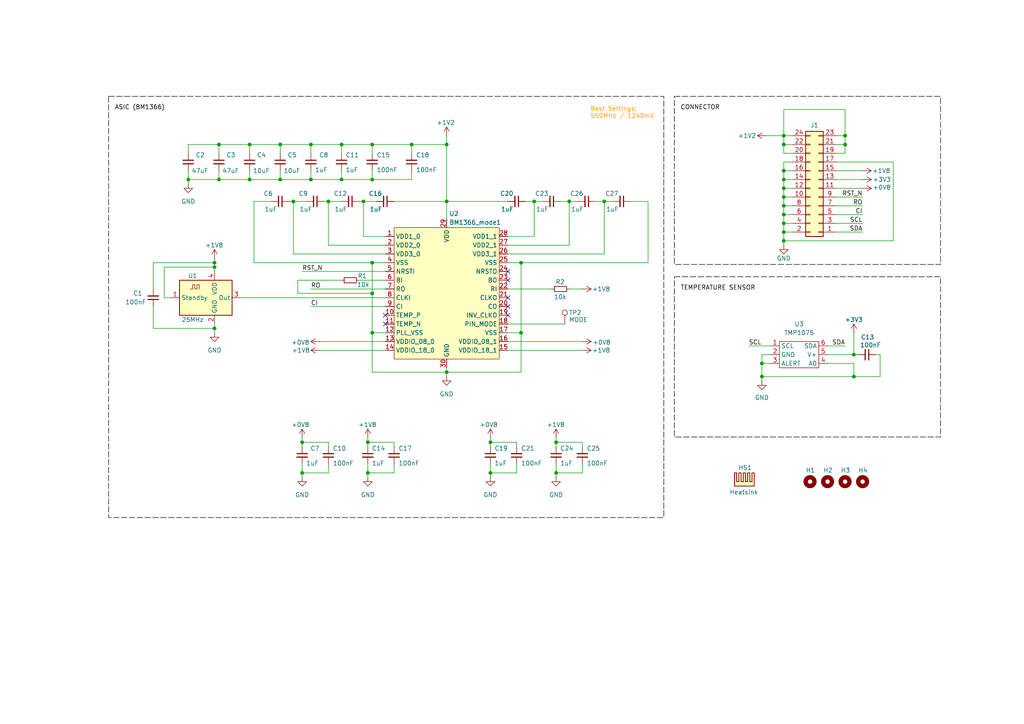
<source format=kicad_sch>
(kicad_sch (version 20231120) (generator "eeschema") (generator_version "8.0")
  (paper "A4")
  (title_block (title "Tomahawk - BM1366 Module") (date "2025-01-09") (rev "1.0.0") (comment 1 "License: CERN-OHL-S-2.0") (comment 2 "URL: https://github.com/dryas/tomahawk") (comment 3 "Designed by Benjamin Kaiser"))
  (lib_symbols
    (symbol "Asic_BK:BM1366_mode1"
      (property "Reference" "U14" (at 1.9559 24.13 0))
      (property "Value" "BM1366_mode1" (at 1.9559 21.59 0))
      (symbol "BM1366_mode1_0_1"
        (rectangle (start -15.24 20.32) (end 15.24 -17.78) (fill (type background)))
      )
      (symbol "BM1366_mode1_1_1"
        (pin input line (at -17.78 17.78 0) (length 2.54) (name "VDD1_0") (number "1"))
        (pin input line (at -17.78 -5.08 0) (length 2.54) (name "TEMP_P") (number "10"))
        (pin input line (at -17.78 -7.62 0) (length 2.54) (name "TEMP_N") (number "11"))
        (pin input line (at -17.78 -10.16 0) (length 2.54) (name "PLL_VSS") (number "12"))
        (pin input line (at -17.78 -12.7 0) (length 2.54) (name "VDDIO_08_0") (number "13"))
        (pin input line (at -17.78 -15.24 0) (length 2.54) (name "VDDIO_18_0") (number "14"))
        (pin input line (at 17.78 -15.24 180) (length 2.54) (name "VDDIO_18_1") (number "15"))
        (pin input line (at 17.78 -12.7 180) (length 2.54) (name "VDDIO_08_1") (number "16"))
        (pin input line (at 17.78 -10.16 180) (length 2.54) (name "VSS") (number "17"))
        (pin input line (at 17.78 -7.62 180) (length 2.54) (name "PIN_MODE") (number "18"))
        (pin input line (at 17.78 -5.08 180) (length 2.54) (name "INV_CLKO") (number "19"))
        (pin input line (at -17.78 15.24 0) (length 2.54) (name "VDD2_0") (number "2"))
        (pin input line (at 17.78 -2.54 180) (length 2.54) (name "CO") (number "20"))
        (pin input line (at 17.78 0 180) (length 2.54) (name "CLKO") (number "21"))
        (pin input line (at 17.78 2.54 180) (length 2.54) (name "RI") (number "22"))
        (pin input line (at 17.78 5.08 180) (length 2.54) (name "BO") (number "23"))
        (pin input line (at 17.78 7.62 180) (length 2.54) (name "NRSTO") (number "24"))
        (pin input line (at 17.78 10.16 180) (length 2.54) (name "VSS") (number "25"))
        (pin input line (at 17.78 12.7 180) (length 2.54) (name "VDD3_1") (number "26"))
        (pin input line (at 17.78 15.24 180) (length 2.54) (name "VDD2_1") (number "27"))
        (pin input line (at 17.78 17.78 180) (length 2.54) (name "VDD1_1") (number "28"))
        (pin input line (at 0 22.86 270) (length 2.54) (name "VDD") (number "29"))
        (pin input line (at -17.78 12.7 0) (length 2.54) (name "VDD3_0") (number "3"))
        (pin input line (at 0 -20.32 90) (length 2.54) (name "GND") (number "30"))
        (pin input line (at -17.78 10.16 0) (length 2.54) (name "VSS") (number "4"))
        (pin input line (at -17.78 7.62 0) (length 2.54) (name "NRSTI") (number "5"))
        (pin input line (at -17.78 5.08 0) (length 2.54) (name "BI") (number "6"))
        (pin input line (at -17.78 2.54 0) (length 2.54) (name "RO") (number "7"))
        (pin input line (at -17.78 0 0) (length 2.54) (name "CLKI") (number "8"))
        (pin input line (at -17.78 -2.54 0) (length 2.54) (name "CI") (number "9"))
      )
    )
    (symbol "Connector:TestPoint" (pin_numbers hide) (pin_names (offset 0.762) hide)
      (property "Reference" "TP" (at 0 6.858 0))
      (property "Value" "TestPoint" (at 0 5.08 0))
      (symbol "TestPoint_0_1"
        (circle (center 0 3.302) (radius 0.762))
      )
      (symbol "TestPoint_1_1"
        (pin passive line (at 0 0 90) (length 2.54) (name "1") (number "1"))
      )
    )
    (symbol "Connector_Generic:Conn_02x12_Odd_Even" (pin_names (offset 1.016) hide)
      (property "Reference" "J" (at 1.27 15.24 0))
      (property "Value" "Conn_02x12_Odd_Even" (at 1.27 -17.78 0))
      (symbol "Conn_02x12_Odd_Even_1_1"
        (rectangle (start -1.27 -15.113) (end 0 -15.367) (stroke (width 0.1524)))
        (rectangle (start -1.27 -12.573) (end 0 -12.827) (stroke (width 0.1524)))
        (rectangle (start -1.27 -10.033) (end 0 -10.287) (stroke (width 0.1524)))
        (rectangle (start -1.27 -7.493) (end 0 -7.747) (stroke (width 0.1524)))
        (rectangle (start -1.27 -4.953) (end 0 -5.207) (stroke (width 0.1524)))
        (rectangle (start -1.27 -2.413) (end 0 -2.667) (stroke (width 0.1524)))
        (rectangle (start -1.27 0.127) (end 0 -0.127) (stroke (width 0.1524)))
        (rectangle (start -1.27 2.667) (end 0 2.413) (stroke (width 0.1524)))
        (rectangle (start -1.27 5.207) (end 0 4.953) (stroke (width 0.1524)))
        (rectangle (start -1.27 7.747) (end 0 7.493) (stroke (width 0.1524)))
        (rectangle (start -1.27 10.287) (end 0 10.033) (stroke (width 0.1524)))
        (rectangle (start -1.27 12.827) (end 0 12.573) (stroke (width 0.1524)))
        (rectangle (start -1.27 13.97) (end 3.81 -16.51) (stroke (width 0.254)) (fill (type background)))
        (rectangle (start 3.81 -15.113) (end 2.54 -15.367) (stroke (width 0.1524)))
        (rectangle (start 3.81 -12.573) (end 2.54 -12.827) (stroke (width 0.1524)))
        (rectangle (start 3.81 -10.033) (end 2.54 -10.287) (stroke (width 0.1524)))
        (rectangle (start 3.81 -7.493) (end 2.54 -7.747) (stroke (width 0.1524)))
        (rectangle (start 3.81 -4.953) (end 2.54 -5.207) (stroke (width 0.1524)))
        (rectangle (start 3.81 -2.413) (end 2.54 -2.667) (stroke (width 0.1524)))
        (rectangle (start 3.81 0.127) (end 2.54 -0.127) (stroke (width 0.1524)))
        (rectangle (start 3.81 2.667) (end 2.54 2.413) (stroke (width 0.1524)))
        (rectangle (start 3.81 5.207) (end 2.54 4.953) (stroke (width 0.1524)))
        (rectangle (start 3.81 7.747) (end 2.54 7.493) (stroke (width 0.1524)))
        (rectangle (start 3.81 10.287) (end 2.54 10.033) (stroke (width 0.1524)))
        (rectangle (start 3.81 12.827) (end 2.54 12.573) (stroke (width 0.1524)))
        (pin passive line (at -5.08 12.7 0) (length 3.81) (name "Pin_1") (number "1"))
        (pin passive line (at 7.62 2.54 180) (length 3.81) (name "Pin_10") (number "10"))
        (pin passive line (at -5.08 0 0) (length 3.81) (name "Pin_11") (number "11"))
        (pin passive line (at 7.62 0 180) (length 3.81) (name "Pin_12") (number "12"))
        (pin passive line (at -5.08 -2.54 0) (length 3.81) (name "Pin_13") (number "13"))
        (pin passive line (at 7.62 -2.54 180) (length 3.81) (name "Pin_14") (number "14"))
        (pin passive line (at -5.08 -5.08 0) (length 3.81) (name "Pin_15") (number "15"))
        (pin passive line (at 7.62 -5.08 180) (length 3.81) (name "Pin_16") (number "16"))
        (pin passive line (at -5.08 -7.62 0) (length 3.81) (name "Pin_17") (number "17"))
        (pin passive line (at 7.62 -7.62 180) (length 3.81) (name "Pin_18") (number "18"))
        (pin passive line (at -5.08 -10.16 0) (length 3.81) (name "Pin_19") (number "19"))
        (pin passive line (at 7.62 12.7 180) (length 3.81) (name "Pin_2") (number "2"))
        (pin passive line (at 7.62 -10.16 180) (length 3.81) (name "Pin_20") (number "20"))
        (pin passive line (at -5.08 -12.7 0) (length 3.81) (name "Pin_21") (number "21"))
        (pin passive line (at 7.62 -12.7 180) (length 3.81) (name "Pin_22") (number "22"))
        (pin passive line (at -5.08 -15.24 0) (length 3.81) (name "Pin_23") (number "23"))
        (pin passive line (at 7.62 -15.24 180) (length 3.81) (name "Pin_24") (number "24"))
        (pin passive line (at -5.08 10.16 0) (length 3.81) (name "Pin_3") (number "3"))
        (pin passive line (at 7.62 10.16 180) (length 3.81) (name "Pin_4") (number "4"))
        (pin passive line (at -5.08 7.62 0) (length 3.81) (name "Pin_5") (number "5"))
        (pin passive line (at 7.62 7.62 180) (length 3.81) (name "Pin_6") (number "6"))
        (pin passive line (at -5.08 5.08 0) (length 3.81) (name "Pin_7") (number "7"))
        (pin passive line (at 7.62 5.08 180) (length 3.81) (name "Pin_8") (number "8"))
        (pin passive line (at -5.08 2.54 0) (length 3.81) (name "Pin_9") (number "9"))
      )
    )
    (symbol "Device:C_Small" (pin_numbers hide) (pin_names (offset 0.254) hide)
      (property "Reference" "C" (at 0.254 1.778 0))
      (property "Value" "C_Small" (at 0.254 -2.032 0))
      (symbol "C_Small_0_1"
        (polyline (pts (xy -1.524 -0.508) (xy 1.524 -0.508)) (stroke (width 0.3302)))
        (polyline (pts (xy -1.524 0.508) (xy 1.524 0.508)) (stroke (width 0.3048)))
      )
      (symbol "C_Small_1_1"
        (pin passive line (at 0 2.54 270) (length 2.032) (name "~") (number "1"))
        (pin passive line (at 0 -2.54 90) (length 2.032) (name "~") (number "2"))
      )
    )
    (symbol "Device:R_Small" (pin_numbers hide) (pin_names (offset 0.254) hide)
      (property "Reference" "R" (at 0.762 0.508 0))
      (property "Value" "R_Small" (at 0.762 -1.016 0))
      (symbol "R_Small_0_1"
        (rectangle (start -0.762 1.778) (end 0.762 -1.778) (stroke (width 0.2032)))
      )
      (symbol "R_Small_1_1"
        (pin passive line (at 0 2.54 270) (length 0.762) (name "~") (number "1"))
        (pin passive line (at 0 -2.54 90) (length 0.762) (name "~") (number "2"))
      )
    )
    (symbol "GND_3" (power) (pin_names (offset 0))
      (property "Value" "GND_3" (at 0 -3.81 0))
      (symbol "GND_3_0_1"
        (polyline (pts (xy 0 0) (xy 0 -1.27) (xy 1.27 -1.27) (xy 0 -2.54) (xy -1.27 -1.27) (xy 0 -1.27)))
      )
      (symbol "GND_3_1_1"
        (pin power_in line (at 0 0 270) (length 0) hide (name "GND") (number "1"))
      )
    )
    (symbol "Mechanical:Heatsink" (pin_names (offset 1.016)) (exclude_from_sim yes)
      (property "Reference" "HS" (at 0 5.08 0))
      (property "Value" "Heatsink" (at 0 -1.27 0))
      (symbol "Heatsink_0_1"
        (polyline (pts (xy -0.3302 1.27) (xy -0.9652 1.27) (xy -0.9652 3.81) (xy -1.6002 3.81) (xy -1.6002 1.27) (xy -2.2352 1.27) (xy -2.2352 3.81) (xy -2.8702 3.81) (xy -2.8702 0) (xy -0.9652 0)) (stroke (width 0.254)) (fill (type background)))
        (polyline (pts (xy -0.3302 1.27) (xy -0.3302 3.81) (xy 0.3048 3.81) (xy 0.3048 1.27) (xy 0.9398 1.27) (xy 0.9398 3.81) (xy 1.5748 3.81) (xy 1.5748 1.27) (xy 2.2098 1.27) (xy 2.2098 3.81) (xy 2.8448 3.81) (xy 2.8448 0) (xy -0.9652 0)) (stroke (width 0.254)) (fill (type background)))
      )
    )
    (symbol "Mechanical:MountingHole" (pin_names (offset 1.016)) (exclude_from_sim yes) (in_bom no)
      (property "Reference" "H" (at 0 5.08 0))
      (property "Value" "MountingHole" (at 0 3.175 0))
      (symbol "MountingHole_0_1"
        (circle (center 0 0) (radius 1.27) (stroke (width 1.27)))
      )
    )
    (symbol "Oscillator:ASDMB-xxxMHz"
      (property "Reference" "U" (at -6.35 6.35 0))
      (property "Value" "ASDMB-xxxMHz" (at 11.43 6.35 0))
      (symbol "ASDMB-xxxMHz_1_1"
        (rectangle (start -7.62 5.08) (end 7.62 -5.08) (stroke (width 0.254)) (fill (type background)))
        (polyline (pts (xy -4.445 2.54) (xy -3.81 2.54) (xy -3.81 3.81) (xy -3.175 3.81) (xy -3.175 2.54) (xy -2.54 2.54) (xy -2.54 3.81) (xy -1.905 3.81) (xy -1.905 2.54)))
        (pin input line (at -10.16 0 0) (length 2.54) (name "Standby") (number "1"))
        (pin power_in line (at 2.54 -7.62 90) (length 2.54) (name "GND") (number "2"))
        (pin output line (at 10.16 0 180) (length 2.54) (name "Out") (number "3"))
        (pin power_in line (at 2.54 7.62 270) (length 2.54) (name "VDD") (number "4"))
      )
    )
    (symbol "Sensors_BK:TMP1075"
      (property "Reference" "U37" (at -0.635 6.35 0))
      (property "Value" "TMP1075" (at -2.54 -5.08 0))
      (symbol "TMP1075_0_1"
        (rectangle (start -6.35 3.81) (end 5.08 -3.81))
      )
      (symbol "TMP1075_1_1"
        (pin open_collector line (at -8.89 2.54 0) (length 2.54) (name "SCL") (number "1"))
        (pin power_in line (at -8.89 0 0) (length 2.54) (name "GND") (number "2"))
        (pin open_collector line (at -8.89 -2.54 0) (length 2.54) (name "ALERT") (number "3"))
        (pin input line (at 7.62 -2.54 180) (length 2.54) (name "A0") (number "4"))
        (pin power_in line (at 7.62 0 180) (length 2.54) (name "V+") (number "5"))
        (pin open_collector line (at 7.62 2.54 180) (length 2.54) (name "SDA") (number "6"))
      )
    )
    (symbol "power:+1V2" (power) (pin_numbers hide) (pin_names (offset 0) hide)
      (property "Value" "+1V2" (at 0 3.556 0))
      (symbol "+1V2_0_1"
        (polyline (pts (xy -0.762 1.27) (xy 0 2.54)))
        (polyline (pts (xy 0 0) (xy 0 2.54)))
        (polyline (pts (xy 0 2.54) (xy 0.762 1.27)))
      )
      (symbol "+1V2_1_1"
        (pin power_in line (at 0 0 90) (length 0) (name "~") (number "1"))
      )
    )
    (symbol "power:+1V8" (power) (pin_numbers hide) (pin_names (offset 0) hide)
      (property "Value" "+1V8" (at 0 3.556 0))
      (symbol "+1V8_0_1"
        (polyline (pts (xy -0.762 1.27) (xy 0 2.54)))
        (polyline (pts (xy 0 0) (xy 0 2.54)))
        (polyline (pts (xy 0 2.54) (xy 0.762 1.27)))
      )
      (symbol "+1V8_1_1"
        (pin power_in line (at 0 0 90) (length 0) (name "~") (number "1"))
      )
    )
    (symbol "power:+3V3" (power) (pin_numbers hide) (pin_names (offset 0) hide)
      (property "Value" "+3V3" (at 0 3.556 0))
      (symbol "+3V3_0_1"
        (polyline (pts (xy -0.762 1.27) (xy 0 2.54)))
        (polyline (pts (xy 0 0) (xy 0 2.54)))
        (polyline (pts (xy 0 2.54) (xy 0.762 1.27)))
      )
      (symbol "+3V3_1_1"
        (pin power_in line (at 0 0 90) (length 0) (name "~") (number "1"))
      )
    )
    (symbol "power:GND" (power) (pin_numbers hide) (pin_names (offset 0) hide)
      (property "Value" "GND" (at 0 -3.81 0))
      (symbol "GND_0_1"
        (polyline (pts (xy 0 0) (xy 0 -1.27) (xy 1.27 -1.27) (xy 0 -2.54) (xy -1.27 -1.27) (xy 0 -1.27)))
      )
      (symbol "GND_1_1"
        (pin power_in line (at 0 0 270) (length 0) (name "~") (number "1"))
      )
    )
  )
  (junction (at 247.65 102.87))
  (junction (at 247.65 109.22))
  (junction (at 81.28 41.91))
  (junction (at 99.06 52.07))
  (junction (at 107.95 52.07))
  (junction (at 107.95 76.2))
  (junction (at 220.98 109.22))
  (junction (at 227.33 69.85))
  (junction (at 90.17 52.07))
  (junction (at 245.11 39.37))
  (junction (at 227.33 41.91))
  (junction (at 227.33 59.69))
  (junction (at 151.13 96.52))
  (junction (at 227.33 39.37))
  (junction (at 227.33 67.31))
  (junction (at 119.38 41.91))
  (junction (at 62.23 76.2))
  (junction (at 129.54 107.95))
  (junction (at 106.68 128.27))
  (junction (at 72.39 52.07))
  (junction (at 245.11 41.91))
  (junction (at 72.39 41.91))
  (junction (at 107.95 41.91))
  (junction (at 87.63 128.27))
  (junction (at 54.61 52.07))
  (junction (at 227.33 52.07))
  (junction (at 220.98 105.41))
  (junction (at 227.33 49.53))
  (junction (at 151.13 76.2))
  (junction (at 161.29 137.16))
  (junction (at 63.5 41.91))
  (junction (at 161.29 128.27))
  (junction (at 129.54 41.91))
  (junction (at 106.68 137.16))
  (junction (at 165.1 58.42))
  (junction (at 142.24 137.16))
  (junction (at 99.06 41.91))
  (junction (at 63.5 52.07))
  (junction (at 90.17 41.91))
  (junction (at 227.33 62.23))
  (junction (at 105.41 58.42))
  (junction (at 85.09 58.42))
  (junction (at 129.54 58.42))
  (junction (at 227.33 54.61))
  (junction (at 107.95 96.52))
  (junction (at 107.95 85.09))
  (junction (at 95.25 58.42))
  (junction (at 62.23 77.47))
  (junction (at 142.24 128.27))
  (junction (at 154.94 58.42))
  (junction (at 87.63 137.16))
  (junction (at 227.33 57.15))
  (junction (at 175.26 58.42))
  (junction (at 227.33 64.77))
  (junction (at 62.23 95.25))
  (junction (at 81.28 52.07))
  (no_connect (at 147.32 81.28))
  (no_connect (at 147.32 91.44))
  (no_connect (at 147.32 88.9))
  (no_connect (at 147.32 78.74))
  (no_connect (at 111.76 91.44))
  (no_connect (at 111.76 93.98))
  (no_connect (at 147.32 86.36))
  (wire (pts (xy 106.68 127) (xy 106.68 128.27)))
  (wire (pts (xy 227.33 31.75) (xy 245.11 31.75)))
  (wire (pts (xy 90.17 88.9) (xy 111.76 88.9)))
  (wire (pts (xy 142.24 128.27) (xy 142.24 129.54)))
  (wire (pts (xy 222.25 39.37) (xy 227.33 39.37)))
  (wire (pts (xy 114.3 58.42) (xy 129.54 58.42)))
  (wire (pts (xy 227.33 52.07) (xy 227.33 49.53)))
  (wire (pts (xy 142.24 134.62) (xy 142.24 137.16)))
  (wire (pts (xy 92.71 101.6) (xy 111.76 101.6)))
  (wire (pts (xy 227.33 41.91) (xy 229.87 41.91)))
  (wire (pts (xy 62.23 77.47) (xy 62.23 78.74)))
  (wire (pts (xy 227.33 67.31) (xy 227.33 64.77)))
  (wire (pts (xy 105.41 58.42) (xy 105.41 68.58)))
  (wire (pts (xy 245.11 44.45) (xy 245.11 41.91)))
  (wire (pts (xy 223.52 102.87) (xy 220.98 102.87)))
  (wire (pts (xy 227.33 71.12) (xy 227.33 69.85)))
  (wire (pts (xy 107.95 85.09) (xy 107.95 96.52)))
  (wire (pts (xy 72.39 52.07) (xy 81.28 52.07)))
  (wire (pts (xy 104.14 58.42) (xy 105.41 58.42)))
  (wire (pts (xy 147.32 99.06) (xy 168.91 99.06)))
  (wire (pts (xy 147.32 96.52) (xy 151.13 96.52)))
  (wire (pts (xy 229.87 39.37) (xy 227.33 39.37)))
  (wire (pts (xy 73.66 76.2) (xy 107.95 76.2)))
  (wire (pts (xy 227.33 62.23) (xy 227.33 59.69)))
  (wire (pts (xy 165.1 58.42) (xy 165.1 71.12)))
  (wire (pts (xy 87.63 137.16) (xy 87.63 138.43)))
  (wire (pts (xy 175.26 58.42) (xy 175.26 73.66)))
  (wire (pts (xy 90.17 41.91) (xy 90.17 44.45)))
  (wire (pts (xy 227.33 39.37) (xy 227.33 41.91)))
  (wire (pts (xy 250.19 59.69) (xy 242.57 59.69)))
  (wire (pts (xy 172.72 58.42) (xy 175.26 58.42)))
  (wire (pts (xy 107.95 96.52) (xy 107.95 107.95)))
  (wire (pts (xy 92.71 99.06) (xy 111.76 99.06)))
  (wire (pts (xy 119.38 41.91) (xy 119.38 44.45)))
  (wire (pts (xy 129.54 106.68) (xy 129.54 107.95)))
  (wire (pts (xy 99.06 81.28) (xy 86.36 81.28)))
  (wire (pts (xy 62.23 74.93) (xy 62.23 76.2)))
  (wire (pts (xy 106.68 134.62) (xy 106.68 137.16)))
  (wire (pts (xy 106.68 137.16) (xy 114.3 137.16)))
  (wire (pts (xy 72.39 41.91) (xy 63.5 41.91)))
  (wire (pts (xy 105.41 58.42) (xy 109.22 58.42)))
  (wire (pts (xy 107.95 96.52) (xy 111.76 96.52)))
  (wire (pts (xy 242.57 41.91) (xy 245.11 41.91)))
  (wire (pts (xy 154.94 58.42) (xy 157.48 58.42)))
  (wire (pts (xy 227.33 57.15) (xy 229.87 57.15)))
  (wire (pts (xy 44.45 76.2) (xy 44.45 83.82)))
  (wire (pts (xy 242.57 67.31) (xy 250.19 67.31)))
  (wire (pts (xy 99.06 41.91) (xy 107.95 41.91)))
  (wire (pts (xy 247.65 105.41) (xy 240.03 105.41)))
  (wire (pts (xy 227.33 64.77) (xy 227.33 62.23)))
  (wire (pts (xy 44.45 95.25) (xy 62.23 95.25)))
  (wire (pts (xy 54.61 41.91) (xy 54.61 44.45)))
  (wire (pts (xy 227.33 54.61) (xy 229.87 54.61)))
  (wire (pts (xy 90.17 49.53) (xy 90.17 52.07)))
  (wire (pts (xy 93.98 58.42) (xy 95.25 58.42)))
  (wire (pts (xy 154.94 68.58) (xy 147.32 68.58)))
  (wire (pts (xy 259.08 46.99) (xy 259.08 69.85)))
  (wire (pts (xy 106.68 128.27) (xy 106.68 129.54)))
  (wire (pts (xy 242.57 46.99) (xy 259.08 46.99)))
  (wire (pts (xy 161.29 137.16) (xy 161.29 138.43)))
  (wire (pts (xy 129.54 41.91) (xy 129.54 58.42)))
  (wire (pts (xy 69.85 86.36) (xy 111.76 86.36)))
  (wire (pts (xy 168.91 129.54) (xy 168.91 128.27)))
  (wire (pts (xy 107.95 49.53) (xy 107.95 52.07)))
  (wire (pts (xy 217.17 100.33) (xy 223.52 100.33)))
  (wire (pts (xy 81.28 52.07) (xy 81.28 49.53)))
  (wire (pts (xy 129.54 58.42) (xy 147.32 58.42)))
  (wire (pts (xy 147.32 93.98) (xy 163.83 93.98)))
  (wire (pts (xy 242.57 54.61) (xy 250.19 54.61)))
  (wire (pts (xy 87.63 127) (xy 87.63 128.27)))
  (wire (pts (xy 220.98 102.87) (xy 220.98 105.41)))
  (wire (pts (xy 161.29 137.16) (xy 168.91 137.16)))
  (wire (pts (xy 95.25 129.54) (xy 95.25 128.27)))
  (wire (pts (xy 227.33 67.31) (xy 229.87 67.31)))
  (wire (pts (xy 227.33 49.53) (xy 229.87 49.53)))
  (wire (pts (xy 147.32 76.2) (xy 151.13 76.2)))
  (wire (pts (xy 165.1 71.12) (xy 147.32 71.12)))
  (wire (pts (xy 149.86 129.54) (xy 149.86 128.27)))
  (wire (pts (xy 90.17 41.91) (xy 99.06 41.91)))
  (wire (pts (xy 227.33 59.69) (xy 227.33 57.15)))
  (wire (pts (xy 247.65 109.22) (xy 247.65 105.41)))
  (wire (pts (xy 242.57 49.53) (xy 250.19 49.53)))
  (wire (pts (xy 87.63 134.62) (xy 87.63 137.16)))
  (wire (pts (xy 154.94 58.42) (xy 154.94 68.58)))
  (wire (pts (xy 72.39 49.53) (xy 72.39 52.07)))
  (wire (pts (xy 95.25 134.62) (xy 95.25 137.16)))
  (wire (pts (xy 83.82 58.42) (xy 85.09 58.42)))
  (wire (pts (xy 85.09 58.42) (xy 88.9 58.42)))
  (wire (pts (xy 114.3 129.54) (xy 114.3 128.27)))
  (wire (pts (xy 63.5 41.91) (xy 63.5 44.45)))
  (wire (pts (xy 227.33 41.91) (xy 227.33 44.45)))
  (wire (pts (xy 62.23 76.2) (xy 62.23 77.47)))
  (wire (pts (xy 142.24 128.27) (xy 149.86 128.27)))
  (wire (pts (xy 255.27 102.87) (xy 255.27 109.22)))
  (wire (pts (xy 151.13 76.2) (xy 187.96 76.2)))
  (wire (pts (xy 86.36 81.28) (xy 86.36 85.09)))
  (wire (pts (xy 81.28 44.45) (xy 81.28 41.91)))
  (wire (pts (xy 87.63 128.27) (xy 87.63 129.54)))
  (wire (pts (xy 255.27 109.22) (xy 247.65 109.22)))
  (wire (pts (xy 72.39 44.45) (xy 72.39 41.91)))
  (wire (pts (xy 63.5 52.07) (xy 63.5 49.53)))
  (wire (pts (xy 95.25 58.42) (xy 99.06 58.42)))
  (wire (pts (xy 95.25 71.12) (xy 111.76 71.12)))
  (wire (pts (xy 254 102.87) (xy 255.27 102.87)))
  (wire (pts (xy 187.96 76.2) (xy 187.96 58.42)))
  (wire (pts (xy 187.96 58.42) (xy 182.88 58.42)))
  (wire (pts (xy 245.11 41.91) (xy 245.11 39.37)))
  (wire (pts (xy 85.09 73.66) (xy 111.76 73.66)))
  (wire (pts (xy 107.95 107.95) (xy 129.54 107.95)))
  (wire (pts (xy 227.33 54.61) (xy 227.33 52.07)))
  (wire (pts (xy 227.33 59.69) (xy 229.87 59.69)))
  (wire (pts (xy 107.95 76.2) (xy 107.95 85.09)))
  (wire (pts (xy 81.28 41.91) (xy 72.39 41.91)))
  (wire (pts (xy 142.24 127) (xy 142.24 128.27)))
  (wire (pts (xy 90.17 52.07) (xy 81.28 52.07)))
  (wire (pts (xy 99.06 41.91) (xy 99.06 44.45)))
  (wire (pts (xy 107.95 52.07) (xy 99.06 52.07)))
  (wire (pts (xy 227.33 39.37) (xy 227.33 31.75)))
  (wire (pts (xy 107.95 41.91) (xy 107.95 44.45)))
  (wire (pts (xy 242.57 57.15) (xy 250.19 57.15)))
  (wire (pts (xy 227.33 57.15) (xy 227.33 54.61)))
  (wire (pts (xy 95.25 58.42) (xy 95.25 71.12)))
  (wire (pts (xy 161.29 127) (xy 161.29 128.27)))
  (wire (pts (xy 104.14 81.28) (xy 111.76 81.28)))
  (wire (pts (xy 247.65 102.87) (xy 248.92 102.87)))
  (wire (pts (xy 44.45 88.9) (xy 44.45 95.25)))
  (wire (pts (xy 175.26 73.66) (xy 147.32 73.66)))
  (wire (pts (xy 47.625 77.47) (xy 47.625 86.36)))
  (wire (pts (xy 161.29 134.62) (xy 161.29 137.16)))
  (wire (pts (xy 240.03 100.33) (xy 245.11 100.33)))
  (wire (pts (xy 227.33 69.85) (xy 227.33 67.31)))
  (wire (pts (xy 161.29 128.27) (xy 161.29 129.54)))
  (wire (pts (xy 242.57 39.37) (xy 245.11 39.37)))
  (wire (pts (xy 247.65 102.87) (xy 247.65 96.52)))
  (wire (pts (xy 220.98 105.41) (xy 223.52 105.41)))
  (wire (pts (xy 62.23 96.52) (xy 62.23 95.25)))
  (wire (pts (xy 129.54 107.95) (xy 151.13 107.95)))
  (wire (pts (xy 106.68 128.27) (xy 114.3 128.27)))
  (wire (pts (xy 220.98 109.22) (xy 247.65 109.22)))
  (wire (pts (xy 107.95 41.91) (xy 119.38 41.91)))
  (wire (pts (xy 107.95 76.2) (xy 111.76 76.2)))
  (wire (pts (xy 165.1 83.82) (xy 168.91 83.82)))
  (wire (pts (xy 86.36 85.09) (xy 107.95 85.09)))
  (wire (pts (xy 151.13 96.52) (xy 151.13 107.95)))
  (wire (pts (xy 151.13 76.2) (xy 151.13 96.52)))
  (wire (pts (xy 227.33 46.99) (xy 229.87 46.99)))
  (wire (pts (xy 147.32 83.82) (xy 160.02 83.82)))
  (wire (pts (xy 87.63 128.27) (xy 95.25 128.27)))
  (wire (pts (xy 242.57 64.77) (xy 250.19 64.77)))
  (wire (pts (xy 161.29 128.27) (xy 168.91 128.27)))
  (wire (pts (xy 119.38 49.53) (xy 119.38 52.07)))
  (wire (pts (xy 62.23 76.2) (xy 44.45 76.2)))
  (wire (pts (xy 105.41 68.58) (xy 111.76 68.58)))
  (wire (pts (xy 242.57 52.07) (xy 250.19 52.07)))
  (wire (pts (xy 165.1 58.42) (xy 167.64 58.42)))
  (wire (pts (xy 129.54 58.42) (xy 129.54 63.5)))
  (wire (pts (xy 227.33 44.45) (xy 229.87 44.45)))
  (wire (pts (xy 87.63 137.16) (xy 95.25 137.16)))
  (wire (pts (xy 63.5 52.07) (xy 72.39 52.07)))
  (wire (pts (xy 129.54 107.95) (xy 129.54 109.22)))
  (wire (pts (xy 242.57 62.23) (xy 250.19 62.23)))
  (wire (pts (xy 99.06 49.53) (xy 99.06 52.07)))
  (wire (pts (xy 90.17 83.82) (xy 111.76 83.82)))
  (wire (pts (xy 227.33 64.77) (xy 229.87 64.77)))
  (wire (pts (xy 242.57 44.45) (xy 245.11 44.45)))
  (wire (pts (xy 227.33 69.85) (xy 259.08 69.85)))
  (wire (pts (xy 175.26 58.42) (xy 177.8 58.42)))
  (wire (pts (xy 62.23 77.47) (xy 47.625 77.47)))
  (wire (pts (xy 142.24 137.16) (xy 149.86 137.16)))
  (wire (pts (xy 87.63 78.74) (xy 111.76 78.74)))
  (wire (pts (xy 227.33 49.53) (xy 227.33 46.99)))
  (wire (pts (xy 119.38 41.91) (xy 129.54 41.91)))
  (wire (pts (xy 62.23 93.98) (xy 62.23 95.25)))
  (wire (pts (xy 114.3 134.62) (xy 114.3 137.16)))
  (wire (pts (xy 81.28 41.91) (xy 90.17 41.91)))
  (wire (pts (xy 106.68 137.16) (xy 106.68 138.43)))
  (wire (pts (xy 227.33 62.23) (xy 229.87 62.23)))
  (wire (pts (xy 73.66 58.42) (xy 73.66 76.2)))
  (wire (pts (xy 54.61 52.07) (xy 54.61 53.34)))
  (wire (pts (xy 142.24 137.16) (xy 142.24 138.43)))
  (wire (pts (xy 54.61 41.91) (xy 63.5 41.91)))
  (wire (pts (xy 119.38 52.07) (xy 107.95 52.07)))
  (wire (pts (xy 99.06 52.07) (xy 90.17 52.07)))
  (wire (pts (xy 147.32 101.6) (xy 168.91 101.6)))
  (wire (pts (xy 220.98 109.22) (xy 220.98 110.49)))
  (wire (pts (xy 168.91 134.62) (xy 168.91 137.16)))
  (wire (pts (xy 152.4 58.42) (xy 154.94 58.42)))
  (wire (pts (xy 54.61 52.07) (xy 63.5 52.07)))
  (wire (pts (xy 245.11 31.75) (xy 245.11 39.37)))
  (wire (pts (xy 47.625 86.36) (xy 49.53 86.36)))
  (wire (pts (xy 78.74 58.42) (xy 73.66 58.42)))
  (wire (pts (xy 129.54 39.37) (xy 129.54 41.91)))
  (wire (pts (xy 240.03 102.87) (xy 247.65 102.87)))
  (wire (pts (xy 220.98 105.41) (xy 220.98 109.22)))
  (wire (pts (xy 227.33 52.07) (xy 229.87 52.07)))
  (wire (pts (xy 85.09 58.42) (xy 85.09 73.66)))
  (wire (pts (xy 149.86 134.62) (xy 149.86 137.16)))
  (wire (pts (xy 162.56 58.42) (xy 165.1 58.42)))
  (wire (pts (xy 54.61 49.53) (xy 54.61 52.07)))
  (rectangle (start 195.58 80.264) (end 272.796 126.746) (stroke (width 0) (type dash) (color 0 0 0 1)))
  (rectangle (start 195.58 27.94) (end 272.796 76.708) (stroke (width 0) (type dash) (color 0 0 0 1)))
  (rectangle (start 31.496 27.94) (end 192.532 150.114) (stroke (width 0) (type dash) (color 0 0 0 1)))
  (text "TEMPERATURE SENSOR" (at 197.358 84.328 0) (effects (font (size 1.27 1.27)) (justify left bottom)))
  (text "Best Settings:\n550MHz / 1240mV" (at 171.196 32.766 0) (effects (font (size 1.27 1.27)) (justify left)))
  (text "CONNECTOR" (at 197.358 32.004 0) (effects (font (size 1.27 1.27)) (justify left bottom)))
  (text "ASIC (BM1366)" (at 33.274 32.004 0) (effects (font (size 1.27 1.27)) (justify left bottom)))
  (label "RST_N" (at 87.63 78.74 0))
  (label "RO" (at 250.19 59.69 180))
  (label "CI" (at 250.19 62.23 180))
  (label "RST_N" (at 250.19 57.15 180))
  (label "SDA" (at 250.19 67.31 180))
  (label "RO" (at 90.17 83.82 0))
  (label "SDA" (at 245.11 100.33 180))
  (label "SCL" (at 250.19 64.77 180))
  (label "CI" (at 90.17 88.9 0))
  (label "SCL" (at 217.17 100.33 0))
  (symbol (lib_id "Device:C_Small") (at 101.6 58.42 270) (mirror x) (unit 1)
    (property "Reference" "C12" (at 96.774 56.134 90) (effects (justify left)))
    (property "Value" "1uF" (at 97.028 60.706 90) (effects (justify left)))
    (property "Footprint" "Capacitor_SMD:C_0603_1608Metric" (effects (hide yes)))
    (property "Datasheet" "https://www.lcsc.com/datasheet/lcsc_datasheet_2209191700_Samsung-Electro-Mechanics-CL10A105KO8NNNC_C1592.pdf" (effects (hide yes)))
    (property "LCSC" "C1592" (effects (hide yes)))
  )
  (symbol (lib_id "Device:C_Small") (at 72.39 46.99 0) (mirror y) (unit 1)
    (property "Reference" "C4" (at 77.216 44.958 0) (effects (justify left)))
    (property "Value" "10uF" (at 78.232 49.53 0) (effects (justify left)))
    (property "Footprint" "Capacitor_SMD:C_1206_3216Metric" (effects (hide yes)))
    (property "Datasheet" "https://www.lcsc.com/datasheet/lcsc_datasheet_2304140030_FH--Guangdong-Fenghua-Advanced-Tech-1206X106K100NT_C157351.pdf" (effects (hide yes)))
    (property "LCSC" "C157351" (effects (hide yes)))
  )
  (symbol (lib_id "power:+3V3") (at 250.19 52.07 270) (unit 1)
    (property "Reference" "#PWR025" (effects (hide yes)))
    (property "Value" "+3V3" (at 255.778 52.07 90))
    (property "Description" "Power symbol creates a global label with name \"+3V3\"" (effects (hide yes)))
  )
  (symbol (lib_id "Connector:TestPoint") (at 163.83 93.98 0) (mirror y) (unit 1)
    (property "Reference" "TP2" (at 168.656 90.678 0) (effects (justify left)))
    (property "Value" "MODE" (at 170.434 92.71 0) (effects (justify left)))
    (property "Footprint" "TestPoint:TestPoint_Pad_1.0x1.0mm" (effects (hide yes)))
    (property "Description" "test point" (effects (hide yes)))
  )
  (symbol (lib_id "power:GND") (at 227.33 71.12 0) (unit 1)
    (property "Reference" "#PWR09" (effects (hide yes)))
    (property "Value" "GND" (at 227.33 74.93 0))
    (property "Description" "Power symbol creates a global label with name \"GND\" , ground" (effects (hide yes)))
  )
  (symbol (lib_id "Device:C_Small") (at 161.29 132.08 0) (mirror y) (unit 1)
    (property "Reference" "C24" (at 166.37 130.048 0) (effects (justify left)))
    (property "Value" "1uF" (at 166.116 134.366 0) (effects (justify left)))
    (property "Footprint" "Capacitor_SMD:C_0603_1608Metric" (effects (hide yes)))
    (property "Datasheet" "https://www.lcsc.com/datasheet/lcsc_datasheet_2209191700_Samsung-Electro-Mechanics-CL10A105KO8NNNC_C1592.pdf" (effects (hide yes)))
    (property "LCSC" "C1592" (effects (hide yes)))
  )
  (symbol (lib_id "Mechanical:Heatsink") (at 215.9 140.97 0) (unit 1) (exclude_from_sim yes)
    (property "Reference" "HS1" (at 214.122 135.636 0) (effects (justify left)))
    (property "Value" "Heatsink" (at 211.582 142.748 0) (effects (justify left)))
    (property "Description" "Heatsink" (effects (hide yes)))
  )
  (symbol (lib_id "power:GND") (at 54.61 53.34 0) (unit 1)
    (property "Reference" "#PWR01" (effects (hide yes)))
    (property "Value" "GND" (at 54.61 58.42 0))
    (property "Description" "Power symbol creates a global label with name \"GND\" , ground" (effects (hide yes)))
  )
  (symbol (lib_id "power:GND") (at 106.68 138.43 0) (unit 1)
    (property "Reference" "#PWR04" (effects (hide yes)))
    (property "Value" "GND" (at 106.68 143.51 0))
    (property "Description" "Power symbol creates a global label with name \"GND\" , ground" (effects (hide yes)))
  )
  (symbol (lib_id "Device:C_Small") (at 54.61 46.99 0) (mirror y) (unit 1)
    (property "Reference" "C2" (at 59.436 44.958 0) (effects (justify left)))
    (property "Value" "47uF" (at 60.452 49.53 0) (effects (justify left)))
    (property "Footprint" "Capacitor_SMD:C_1206_3216Metric" (effects (hide yes)))
    (property "Datasheet" "https://www.lcsc.com/datasheet/lcsc_datasheet_2304140030_Samsung-Electro-Mechanics-CL31A476MPHNNNE_C96123.pdf" (effects (hide yes)))
    (property "LCSC" "C96123" (effects (hide yes)))
  )
  (symbol (lib_id "power:+3V3") (at 247.65 96.52 0) (unit 1)
    (property "Reference" "#PWR023" (effects (hide yes)))
    (property "Value" "+3V3" (at 247.65 92.71 0))
    (property "Description" "Power symbol creates a global label with name \"+3V3\"" (effects (hide yes)))
  )
  (symbol (lib_id "Device:C_Small") (at 95.25 132.08 0) (mirror x) (unit 1)
    (property "Reference" "C10" (at 96.52 130.048 0) (effects (justify left)))
    (property "Value" "100nF" (at 96.52 134.366 0) (effects (justify left)))
    (property "Footprint" "Capacitor_SMD:C_0603_1608Metric" (effects (hide yes)))
    (property "Datasheet" "https://www.lcsc.com/datasheet/lcsc_datasheet_2304140030_FH--Guangdong-Fenghua-Advanced-Tech-0603F104M500NT_C42998.pdf" (effects (hide yes)))
    (property "LCSC" "C42998" (effects (hide yes)))
  )
  (symbol (lib_id "power:GND") (at 129.54 109.22 0) (unit 1)
    (property "Reference" "#PWR05" (effects (hide yes)))
    (property "Value" "GND" (at 129.54 114.3 0))
    (property "Description" "Power symbol creates a global label with name \"GND\" , ground" (effects (hide yes)))
  )
  (symbol (lib_id "Device:C_Small") (at 180.34 58.42 270) (mirror x) (unit 1)
    (property "Reference" "C27" (at 175.514 56.134 90) (effects (justify left)))
    (property "Value" "1uF" (at 175.768 60.706 90) (effects (justify left)))
    (property "Footprint" "Capacitor_SMD:C_0603_1608Metric" (effects (hide yes)))
    (property "Datasheet" "https://www.lcsc.com/datasheet/lcsc_datasheet_2209191700_Samsung-Electro-Mechanics-CL10A105KO8NNNC_C1592.pdf" (effects (hide yes)))
    (property "LCSC" "C1592" (effects (hide yes)))
  )
  (symbol (lib_id "Mechanical:MountingHole") (at 245.11 139.7 0) (unit 1) (exclude_from_sim yes) (in_bom no)
    (property "Reference" "H3" (at 243.84 136.398 0) (effects (justify left)))
    (property "Value" "MountingHole" (effects (hide yes)))
    (property "Footprint" "MountingHole:MountingHole_3.2mm_M3" (effects (hide yes)))
    (property "Description" "Mounting Hole without connection" (effects (hide yes)))
  )
  (symbol (lib_id "Device:C_Small") (at 160.02 58.42 270) (mirror x) (unit 1)
    (property "Reference" "C23" (at 155.194 56.134 90) (effects (justify left)))
    (property "Value" "1uF" (at 155.448 60.706 90) (effects (justify left)))
    (property "Footprint" "Capacitor_SMD:C_0603_1608Metric" (effects (hide yes)))
    (property "Datasheet" "https://www.lcsc.com/datasheet/lcsc_datasheet_2209191700_Samsung-Electro-Mechanics-CL10A105KO8NNNC_C1592.pdf" (effects (hide yes)))
    (property "LCSC" "C1592" (effects (hide yes)))
  )
  (symbol (lib_id "power:+1V2") (at 222.25 39.37 90) (mirror x) (unit 1)
    (property "Reference" "#PWR010" (effects (hide yes)))
    (property "Value" "+1V2" (at 216.662 39.37 90))
    (property "Description" "Power symbol creates a global label with name \"+1V2\"" (effects (hide yes)))
  )
  (symbol (lib_id "Sensors_BK:TMP1075") (at 232.41 102.87 0) (unit 1)
    (property "Reference" "U3" (at 231.775 93.98 0))
    (property "Value" "TMP1075" (at 231.775 96.52 0))
    (property "Footprint" "Package_TO_SOT_SMD:SOT-563" (effects (hide yes)))
    (property "Datasheet" "https://www.ti.com/lit/gpn/TMP1075" (effects (hide yes)))
    (property "LCSC" "C3663690" (effects (hide yes)))
  )
  (symbol (lib_id "Device:C_Small") (at 168.91 132.08 0) (mirror x) (unit 1)
    (property "Reference" "C25" (at 170.18 130.048 0) (effects (justify left)))
    (property "Value" "100nF" (at 170.18 134.366 0) (effects (justify left)))
    (property "Footprint" "Capacitor_SMD:C_0603_1608Metric" (effects (hide yes)))
    (property "Datasheet" "https://www.lcsc.com/datasheet/lcsc_datasheet_2304140030_FH--Guangdong-Fenghua-Advanced-Tech-0603F104M500NT_C42998.pdf" (effects (hide yes)))
    (property "LCSC" "C42998" (effects (hide yes)))
  )
  (symbol (lib_id "power:+1V8") (at 161.29 127 0) (mirror y) (unit 1)
    (property "Reference" "#PWR018" (effects (hide yes)))
    (property "Value" "+1V8" (at 163.83 123.19 0) (effects (justify left)))
    (property "Description" "Power symbol creates a global label with name \"+1V8\"" (effects (hide yes)))
  )
  (symbol (lib_id "Device:C_Small") (at 119.38 46.99 0) (mirror x) (unit 1)
    (property "Reference" "C18" (at 120.65 44.958 0) (effects (justify left)))
    (property "Value" "100nF" (at 120.65 49.276 0) (effects (justify left)))
    (property "Footprint" "Capacitor_SMD:C_0603_1608Metric" (effects (hide yes)))
    (property "Datasheet" "https://www.lcsc.com/datasheet/lcsc_datasheet_2304140030_FH--Guangdong-Fenghua-Advanced-Tech-0603F104M500NT_C42998.pdf" (effects (hide yes)))
    (property "LCSC" "C42998" (effects (hide yes)))
  )
  (symbol (lib_id "Device:C_Small") (at 44.45 86.36 0) (mirror x) (unit 1)
    (property "Reference" "C1" (at 38.608 85.09 0) (effects (justify left)))
    (property "Value" "100nF" (at 36.322 87.63 0) (effects (justify left)))
    (property "Footprint" "Capacitor_SMD:C_0603_1608Metric" (effects (hide yes)))
    (property "Datasheet" "https://www.lcsc.com/datasheet/lcsc_datasheet_2304140030_FH--Guangdong-Fenghua-Advanced-Tech-0603F104M500NT_C42998.pdf" (effects (hide yes)))
    (property "LCSC" "C42998" (effects (hide yes)))
  )
  (symbol (lib_id "power:+1V8") (at 106.68 127 0) (mirror y) (unit 1)
    (property "Reference" "#PWR017" (effects (hide yes)))
    (property "Value" "+1V8" (at 109.22 123.19 0) (effects (justify left)))
    (property "Description" "Power symbol creates a global label with name \"+1V8\"" (effects (hide yes)))
  )
  (symbol (lib_id "Device:C_Small") (at 91.44 58.42 270) (mirror x) (unit 1)
    (property "Reference" "C9" (at 86.614 56.134 90) (effects (justify left)))
    (property "Value" "1uF" (at 86.868 60.706 90) (effects (justify left)))
    (property "Footprint" "Capacitor_SMD:C_0603_1608Metric" (effects (hide yes)))
    (property "Datasheet" "https://www.lcsc.com/datasheet/lcsc_datasheet_2209191700_Samsung-Electro-Mechanics-CL10A105KO8NNNC_C1592.pdf" (effects (hide yes)))
    (property "LCSC" "C1592" (effects (hide yes)))
  )
  (symbol (lib_id "power:GND") (at 220.98 110.49 0) (unit 1)
    (property "Reference" "#PWR08" (effects (hide yes)))
    (property "Value" "GND" (at 220.98 115.316 0))
    (property "Description" "Power symbol creates a global label with name \"GND\" , ground" (effects (hide yes)))
  )
  (symbol (lib_id "Connector_Generic:Conn_02x12_Odd_Even") (at 237.49 54.61 180) (unit 1)
    (property "Reference" "J1" (at 236.22 36.322 0))
    (property "Value" "Conn_02x12_Odd_Even" (effects (hide yes)))
    (property "Footprint" "Connector_PinSocket_2.54mm:PinSocket_2x12_P2.54mm_Vertical" (effects (hide yes)))
    (property "Description" "Generic connector, double row, 02x12, odd/even pin numbering scheme (row 1 odd numbers, row 2 even numbers), script generated (kicad-library-utils/schlib/autogen/connector/)" (effects (hide yes)))
  )
  (symbol (lib_id "Mechanical:MountingHole") (at 240.03 139.7 0) (unit 1) (exclude_from_sim yes) (in_bom no)
    (property "Reference" "H2" (at 238.76 136.398 0) (effects (justify left)))
    (property "Value" "MountingHole" (effects (hide yes)))
    (property "Footprint" "MountingHole:MountingHole_3.2mm_M3" (effects (hide yes)))
    (property "Description" "Mounting Hole without connection" (effects (hide yes)))
  )
  (symbol (lib_id "power:+1V8") (at 168.91 99.06 270) (mirror x) (unit 1)
    (property "Reference" "#PWR022" (effects (hide yes)))
    (property "Value" "+0V8" (at 174.498 99.314 90))
    (property "Description" "Power symbol creates a global label with name \"+0V8\"" (effects (hide yes)))
  )
  (symbol (lib_id "Device:C_Small") (at 170.18 58.42 270) (mirror x) (unit 1)
    (property "Reference" "C26" (at 165.354 56.134 90) (effects (justify left)))
    (property "Value" "1uF" (at 165.608 60.706 90) (effects (justify left)))
    (property "Footprint" "Capacitor_SMD:C_0603_1608Metric" (effects (hide yes)))
    (property "Datasheet" "https://www.lcsc.com/datasheet/lcsc_datasheet_2209191700_Samsung-Electro-Mechanics-CL10A105KO8NNNC_C1592.pdf" (effects (hide yes)))
    (property "LCSC" "C1592" (effects (hide yes)))
  )
  (symbol (lib_id "Oscillator:ASDMB-xxxMHz") (at 59.69 86.36 0) (unit 1)
    (property "Reference" "U1" (at 55.88 80.01 0))
    (property "Value" "25MHz" (at 55.88 92.71 0))
    (property "Footprint" "Crystal:Crystal_SMD_3225-4Pin_3.2x2.5mm" (effects (hide yes)))
    (property "Datasheet" "https://www.lcsc.com/datasheet/lcsc_datasheet_2407310923_YXC-Crystal-Oscillators-OT2JI-111-25M_C20617587.pdf" (effects (hide yes)))
    (property "LCSC" "C20617587" (effects (hide yes)))
  )
  (symbol (lib_id "power:+1V8") (at 168.91 101.6 270) (unit 1)
    (property "Reference" "#PWR015" (effects (hide yes)))
    (property "Value" "+1V8" (at 171.704 101.6 90) (effects (justify left)))
    (property "Description" "Power symbol creates a global label with name \"+1V8\"" (effects (hide yes)))
  )
  (symbol (lib_id "power:+1V8") (at 142.24 127 0) (unit 1)
    (property "Reference" "#PWR019" (effects (hide yes)))
    (property "Value" "+0V8" (at 141.732 123.19 0))
    (property "Description" "Power symbol creates a global label with name \"+0V8\"" (effects (hide yes)))
  )
  (symbol (lib_id "power:+1V8") (at 250.19 49.53 270) (unit 1)
    (property "Reference" "#PWR024" (effects (hide yes)))
    (property "Value" "+1V8" (at 252.984 49.53 90) (effects (justify left)))
    (property "Description" "Power symbol creates a global label with name \"+1V8\"" (effects (hide yes)))
  )
  (symbol (lib_id "power:+1V8") (at 62.23 74.93 0) (mirror y) (unit 1)
    (property "Reference" "#PWR013" (effects (hide yes)))
    (property "Value" "+1V8" (at 64.77 71.12 0) (effects (justify left)))
    (property "Description" "Power symbol creates a global label with name \"+1V8\"" (effects (hide yes)))
  )
  (symbol (lib_id "Device:C_Small") (at 99.06 46.99 0) (mirror y) (unit 1)
    (property "Reference" "C11" (at 104.14 44.958 0) (effects (justify left)))
    (property "Value" "1uF" (at 103.886 49.276 0) (effects (justify left)))
    (property "Footprint" "Capacitor_SMD:C_0603_1608Metric" (effects (hide yes)))
    (property "Datasheet" "https://www.lcsc.com/datasheet/lcsc_datasheet_2209191700_Samsung-Electro-Mechanics-CL10A105KO8NNNC_C1592.pdf" (effects (hide yes)))
    (property "LCSC" "C1592" (effects (hide yes)))
  )
  (symbol (lib_id "power:+1V8") (at 168.91 83.82 270) (unit 1)
    (property "Reference" "#PWR014" (effects (hide yes)))
    (property "Value" "+1V8" (at 171.704 83.82 90) (effects (justify left)))
    (property "Description" "Power symbol creates a global label with name \"+1V8\"" (effects (hide yes)))
  )
  (symbol (lib_id "Mechanical:MountingHole") (at 234.95 139.7 0) (unit 1) (exclude_from_sim yes) (in_bom no)
    (property "Reference" "H1" (at 233.68 136.398 0) (effects (justify left)))
    (property "Value" "MountingHole" (effects (hide yes)))
    (property "Footprint" "MountingHole:MountingHole_3.2mm_M3" (effects (hide yes)))
    (property "Description" "Mounting Hole without connection" (effects (hide yes)))
  )
  (symbol (lib_id "Device:R_Small") (at 162.56 83.82 90) (mirror x) (unit 1)
    (property "Reference" "R2" (at 163.83 81.788 90) (effects (justify left)))
    (property "Value" "10k" (at 164.338 86.106 90) (effects (justify left)))
    (property "Footprint" "Resistor_SMD:R_0603_1608Metric" (effects (hide yes)))
    (property "Datasheet" "https://www.lcsc.com/datasheet/lcsc_datasheet_2411221127_UNI-ROYAL-Uniroyal-Elec-0603WAF1002T5E_C25804.pdf" (effects (hide yes)))
    (property "LCSC" "C25804" (effects (hide yes)))
  )
  (symbol (lib_id "power:GND") (at 87.63 138.43 0) (unit 1)
    (property "Reference" "#PWR03" (effects (hide yes)))
    (property "Value" "GND" (at 87.63 143.51 0))
    (property "Description" "Power symbol creates a global label with name \"GND\" , ground" (effects (hide yes)))
  )
  (symbol (lib_id "Device:R_Small") (at 101.6 81.28 90) (mirror x) (unit 1)
    (property "Reference" "R1" (at 106.426 80.01 90) (effects (justify left)))
    (property "Value" "10k" (at 107.188 82.55 90) (effects (justify left)))
    (property "Footprint" "Resistor_SMD:R_0603_1608Metric" (effects (hide yes)))
    (property "Datasheet" "https://www.lcsc.com/datasheet/lcsc_datasheet_2411221127_UNI-ROYAL-Uniroyal-Elec-0603WAF1002T5E_C25804.pdf" (effects (hide yes)))
    (property "LCSC" "C25804" (effects (hide yes)))
  )
  (symbol (lib_id "Device:C_Small") (at 90.17 46.99 0) (mirror y) (unit 1)
    (property "Reference" "C8" (at 95.25 44.958 0) (effects (justify left)))
    (property "Value" "1uF" (at 94.996 49.276 0) (effects (justify left)))
    (property "Footprint" "Capacitor_SMD:C_0603_1608Metric" (effects (hide yes)))
    (property "Datasheet" "https://www.lcsc.com/datasheet/lcsc_datasheet_2209191700_Samsung-Electro-Mechanics-CL10A105KO8NNNC_C1592.pdf" (effects (hide yes)))
    (property "LCSC" "C1592" (effects (hide yes)))
  )
  (symbol (lib_id "power:GND") (at 142.24 138.43 0) (unit 1)
    (property "Reference" "#PWR06" (effects (hide yes)))
    (property "Value" "GND" (at 142.24 143.51 0))
    (property "Description" "Power symbol creates a global label with name \"GND\" , ground" (effects (hide yes)))
  )
  (symbol (lib_id "power:+1V2") (at 129.54 39.37 0) (unit 1)
    (property "Reference" "#PWR012" (effects (hide yes)))
    (property "Value" "+1V2" (at 129.286 35.56 0))
    (property "Description" "Power symbol creates a global label with name \"+1V2\"" (effects (hide yes)))
  )
  (symbol (lib_id "power:GND") (at 161.29 138.43 0) (unit 1)
    (property "Reference" "#PWR07" (effects (hide yes)))
    (property "Value" "GND" (at 161.29 143.51 0))
    (property "Description" "Power symbol creates a global label with name \"GND\" , ground" (effects (hide yes)))
  )
  (symbol (lib_id "Device:C_Small") (at 107.95 46.99 0) (mirror x) (unit 1)
    (property "Reference" "C15" (at 109.22 44.958 0) (effects (justify left)))
    (property "Value" "100nF" (at 109.22 49.276 0) (effects (justify left)))
    (property "Footprint" "Capacitor_SMD:C_0603_1608Metric" (effects (hide yes)))
    (property "Datasheet" "https://www.lcsc.com/datasheet/lcsc_datasheet_2304140030_FH--Guangdong-Fenghua-Advanced-Tech-0603F104M500NT_C42998.pdf" (effects (hide yes)))
    (property "LCSC" "C42998" (effects (hide yes)))
  )
  (symbol (lib_id "Device:C_Small") (at 87.63 132.08 0) (mirror y) (unit 1)
    (property "Reference" "C7" (at 92.71 130.048 0) (effects (justify left)))
    (property "Value" "1uF" (at 92.456 134.366 0) (effects (justify left)))
    (property "Footprint" "Capacitor_SMD:C_0603_1608Metric" (effects (hide yes)))
    (property "Datasheet" "https://www.lcsc.com/datasheet/lcsc_datasheet_2209191700_Samsung-Electro-Mechanics-CL10A105KO8NNNC_C1592.pdf" (effects (hide yes)))
    (property "LCSC" "C1592" (effects (hide yes)))
  )
  (symbol (lib_id "Device:C_Small") (at 106.68 132.08 0) (mirror y) (unit 1)
    (property "Reference" "C14" (at 111.76 130.048 0) (effects (justify left)))
    (property "Value" "1uF" (at 111.506 134.366 0) (effects (justify left)))
    (property "Footprint" "Capacitor_SMD:C_0603_1608Metric" (effects (hide yes)))
    (property "Datasheet" "https://www.lcsc.com/datasheet/lcsc_datasheet_2209191700_Samsung-Electro-Mechanics-CL10A105KO8NNNC_C1592.pdf" (effects (hide yes)))
    (property "LCSC" "C1592" (effects (hide yes)))
  )
  (symbol (lib_id "Device:C_Small") (at 142.24 132.08 0) (mirror y) (unit 1)
    (property "Reference" "C19" (at 147.32 130.048 0) (effects (justify left)))
    (property "Value" "1uF" (at 147.066 134.366 0) (effects (justify left)))
    (property "Footprint" "Capacitor_SMD:C_0603_1608Metric" (effects (hide yes)))
    (property "Datasheet" "https://www.lcsc.com/datasheet/lcsc_datasheet_2209191700_Samsung-Electro-Mechanics-CL10A105KO8NNNC_C1592.pdf" (effects (hide yes)))
    (property "LCSC" "C1592" (effects (hide yes)))
  )
  (symbol (lib_id "power:+1V8") (at 92.71 101.6 90) (mirror x) (unit 1)
    (property "Reference" "#PWR016" (effects (hide yes)))
    (property "Value" "+1V8" (at 89.916 101.6 90) (effects (justify left)))
    (property "Description" "Power symbol creates a global label with name \"+1V8\"" (effects (hide yes)))
  )
  (symbol (lib_id "Device:C_Small") (at 149.86 58.42 270) (mirror x) (unit 1)
    (property "Reference" "C20" (at 145.034 56.134 90) (effects (justify left)))
    (property "Value" "1uF" (at 145.288 60.706 90) (effects (justify left)))
    (property "Footprint" "Capacitor_SMD:C_0603_1608Metric" (effects (hide yes)))
    (property "Datasheet" "https://www.lcsc.com/datasheet/lcsc_datasheet_2209191700_Samsung-Electro-Mechanics-CL10A105KO8NNNC_C1592.pdf" (effects (hide yes)))
    (property "LCSC" "C1592" (effects (hide yes)))
  )
  (symbol (lib_name "GND_3") (lib_id "power:GND") (at 62.23 96.52 0) (unit 1)
    (property "Reference" "#PWR02" (effects (hide yes)))
    (property "Value" "GND" (at 62.23 101.6 0))
  )
  (symbol (lib_id "Device:C_Small") (at 63.5 46.99 0) (mirror y) (unit 1)
    (property "Reference" "C3" (at 68.326 44.958 0) (effects (justify left)))
    (property "Value" "47uF" (at 69.342 49.53 0) (effects (justify left)))
    (property "Footprint" "Capacitor_SMD:C_1206_3216Metric" (effects (hide yes)))
    (property "Datasheet" "https://www.lcsc.com/datasheet/lcsc_datasheet_2304140030_Samsung-Electro-Mechanics-CL31A476MPHNNNE_C96123.pdf" (effects (hide yes)))
    (property "LCSC" "C96123" (effects (hide yes)))
  )
  (symbol (lib_id "power:+1V8") (at 92.71 99.06 90) (unit 1)
    (property "Reference" "#PWR021" (effects (hide yes)))
    (property "Value" "+0V8" (at 87.122 99.314 90))
    (property "Description" "Power symbol creates a global label with name \"+0V8\"" (effects (hide yes)))
  )
  (symbol (lib_id "Device:C_Small") (at 81.28 46.99 0) (mirror y) (unit 1)
    (property "Reference" "C5" (at 86.106 44.958 0) (effects (justify left)))
    (property "Value" "10uF" (at 87.122 49.53 0) (effects (justify left)))
    (property "Footprint" "Capacitor_SMD:C_1206_3216Metric" (effects (hide yes)))
    (property "Datasheet" "https://www.lcsc.com/datasheet/lcsc_datasheet_2304140030_FH--Guangdong-Fenghua-Advanced-Tech-1206X106K100NT_C157351.pdf" (effects (hide yes)))
    (property "LCSC" "C157351" (effects (hide yes)))
  )
  (symbol (lib_id "Device:C_Small") (at 111.76 58.42 270) (mirror x) (unit 1)
    (property "Reference" "C16" (at 106.934 56.134 90) (effects (justify left)))
    (property "Value" "1uF" (at 107.188 60.706 90) (effects (justify left)))
    (property "Footprint" "Capacitor_SMD:C_0603_1608Metric" (effects (hide yes)))
    (property "Datasheet" "https://www.lcsc.com/datasheet/lcsc_datasheet_2209191700_Samsung-Electro-Mechanics-CL10A105KO8NNNC_C1592.pdf" (effects (hide yes)))
    (property "LCSC" "C1592" (effects (hide yes)))
  )
  (symbol (lib_id "Device:C_Small") (at 114.3 132.08 0) (mirror x) (unit 1)
    (property "Reference" "C17" (at 115.57 130.048 0) (effects (justify left)))
    (property "Value" "100nF" (at 115.57 134.366 0) (effects (justify left)))
    (property "Footprint" "Capacitor_SMD:C_0603_1608Metric" (effects (hide yes)))
    (property "Datasheet" "https://www.lcsc.com/datasheet/lcsc_datasheet_2304140030_FH--Guangdong-Fenghua-Advanced-Tech-0603F104M500NT_C42998.pdf" (effects (hide yes)))
    (property "LCSC" "C42998" (effects (hide yes)))
  )
  (symbol (lib_id "Device:C_Small") (at 149.86 132.08 0) (mirror x) (unit 1)
    (property "Reference" "C21" (at 151.13 130.048 0) (effects (justify left)))
    (property "Value" "100nF" (at 151.13 134.366 0) (effects (justify left)))
    (property "Footprint" "Capacitor_SMD:C_0603_1608Metric" (effects (hide yes)))
    (property "Datasheet" "https://www.lcsc.com/datasheet/lcsc_datasheet_2304140030_FH--Guangdong-Fenghua-Advanced-Tech-0603F104M500NT_C42998.pdf" (effects (hide yes)))
    (property "LCSC" "C42998" (effects (hide yes)))
  )
  (symbol (lib_id "power:+1V8") (at 87.63 127 0) (unit 1)
    (property "Reference" "#PWR020" (effects (hide yes)))
    (property "Value" "+0V8" (at 87.122 123.19 0))
    (property "Description" "Power symbol creates a global label with name \"+0V8\"" (effects (hide yes)))
  )
  (symbol (lib_id "power:+1V8") (at 250.19 54.61 270) (unit 1)
    (property "Reference" "#PWR011" (effects (hide yes)))
    (property "Value" "+0V8" (at 255.778 54.356 90))
    (property "Description" "Power symbol creates a global label with name \"+0V8\"" (effects (hide yes)))
  )
  (symbol (lib_id "Asic_BK:BM1366_mode1") (at 129.54 86.36 0) (unit 1)
    (property "Reference" "U2" (at 130.302 61.976 0) (effects (justify left)))
    (property "Value" "BM1366_mode1" (at 130.302 64.516 0) (effects (justify left)))
    (property "Footprint" "Asic_BK:BM1366" (effects (hide yes)))
  )
  (symbol (lib_id "Device:C_Small") (at 251.46 102.87 270) (mirror x) (unit 1)
    (property "Reference" "C13" (at 249.682 97.79 90) (effects (justify left)))
    (property "Value" "100nF" (at 249.428 100.076 90) (effects (justify left)))
    (property "Footprint" "Capacitor_SMD:C_0603_1608Metric" (effects (hide yes)))
    (property "Datasheet" "https://www.lcsc.com/datasheet/lcsc_datasheet_2304140030_FH--Guangdong-Fenghua-Advanced-Tech-0603F104M500NT_C42998.pdf" (effects (hide yes)))
    (property "LCSC" "C42998" (effects (hide yes)))
  )
  (symbol (lib_id "Device:C_Small") (at 81.28 58.42 270) (mirror x) (unit 1)
    (property "Reference" "C6" (at 76.454 56.134 90) (effects (justify left)))
    (property "Value" "1uF" (at 76.708 60.706 90) (effects (justify left)))
    (property "Footprint" "Capacitor_SMD:C_0603_1608Metric" (effects (hide yes)))
    (property "Datasheet" "https://www.lcsc.com/datasheet/lcsc_datasheet_2209191700_Samsung-Electro-Mechanics-CL10A105KO8NNNC_C1592.pdf" (effects (hide yes)))
    (property "LCSC" "C1592" (effects (hide yes)))
  )
  (symbol (lib_id "Mechanical:MountingHole") (at 250.19 139.7 0) (unit 1) (exclude_from_sim yes) (in_bom no)
    (property "Reference" "H4" (at 248.92 136.398 0) (effects (justify left)))
    (property "Value" "MountingHole" (effects (hide yes)))
    (property "Footprint" "MountingHole:MountingHole_3.2mm_M3" (effects (hide yes)))
    (property "Description" "Mounting Hole without connection" (effects (hide yes)))
  )
)
</source>
